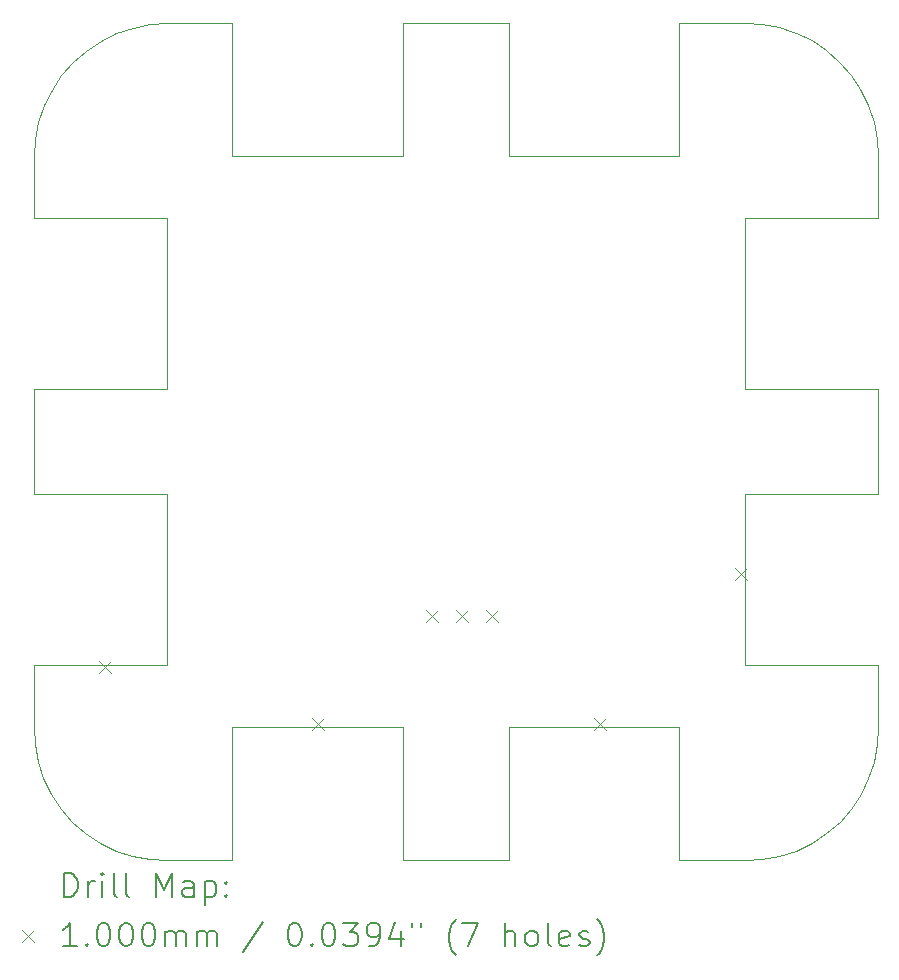
<source format=gbr>
%TF.GenerationSoftware,KiCad,Pcbnew,(6.0.8)*%
%TF.CreationDate,2022-10-18T22:13:10+02:00*%
%TF.ProjectId,test_project_1,74657374-5f70-4726-9f6a-6563745f312e,rev?*%
%TF.SameCoordinates,Original*%
%TF.FileFunction,Drillmap*%
%TF.FilePolarity,Positive*%
%FSLAX45Y45*%
G04 Gerber Fmt 4.5, Leading zero omitted, Abs format (unit mm)*
G04 Created by KiCad (PCBNEW (6.0.8)) date 2022-10-18 22:13:10*
%MOMM*%
%LPD*%
G01*
G04 APERTURE LIST*
%ADD10C,0.020000*%
%ADD11C,0.200000*%
%ADD12C,0.100000*%
G04 APERTURE END LIST*
D10*
X10088461Y-8874799D02*
X10088461Y-7981413D01*
X17226683Y-10991881D02*
X17233481Y-10843646D01*
X17200074Y-11137867D02*
X17226683Y-10991881D01*
X17154134Y-11278967D02*
X17200074Y-11137867D01*
X17089693Y-11412635D02*
X17154134Y-11278967D01*
X17007913Y-11536457D02*
X17089693Y-11412635D01*
X16910271Y-11648197D02*
X17007913Y-11536457D01*
X16798531Y-11745839D02*
X16910271Y-11648197D01*
X16674709Y-11827618D02*
X16798531Y-11745839D01*
X16541041Y-11892060D02*
X16674709Y-11827618D01*
X16399941Y-11938000D02*
X16541041Y-11892060D01*
X16253955Y-11964609D02*
X16399941Y-11938000D01*
X16105720Y-11971406D02*
X16253955Y-11964609D01*
X10095258Y-10991881D02*
X10088461Y-10843646D01*
X10121867Y-11137867D02*
X10095258Y-10991881D01*
X10167807Y-11278967D02*
X10121867Y-11137867D01*
X10232248Y-11412635D02*
X10167807Y-11278967D01*
X10314028Y-11536457D02*
X10232248Y-11412635D01*
X10411670Y-11648197D02*
X10314028Y-11536457D01*
X10523410Y-11745839D02*
X10411670Y-11648197D01*
X10647232Y-11827618D02*
X10523410Y-11745839D01*
X10780900Y-11892060D02*
X10647232Y-11827618D01*
X10922000Y-11938000D02*
X10780900Y-11892060D01*
X11067986Y-11964609D02*
X10922000Y-11938000D01*
X11216220Y-11971406D02*
X11067986Y-11964609D01*
X10098141Y-5865376D02*
X10088461Y-6012566D01*
X10126944Y-5720707D02*
X10098141Y-5865376D01*
X10174379Y-5581034D02*
X10126944Y-5720707D01*
X10239634Y-5448744D02*
X10174379Y-5581034D01*
X10321593Y-5326100D02*
X10239634Y-5448744D01*
X10418854Y-5215200D02*
X10321593Y-5326100D01*
X10529755Y-5117938D02*
X10418854Y-5215200D01*
X10652398Y-5035980D02*
X10529755Y-5117938D01*
X10784688Y-4970725D02*
X10652398Y-5035980D01*
X10924361Y-4923290D02*
X10784688Y-4970725D01*
X11069030Y-4894486D02*
X10924361Y-4923290D01*
X11216220Y-4884806D02*
X11069030Y-4894486D01*
X16253437Y-4893046D02*
X16105720Y-4884806D01*
X16398766Y-4920754D02*
X16253437Y-4893046D01*
X16539153Y-4967442D02*
X16398766Y-4920754D01*
X16672130Y-5032290D02*
X16539153Y-4967442D01*
X16795361Y-5114158D02*
X16672130Y-5032290D01*
X16906679Y-5211607D02*
X16795361Y-5114158D01*
X17004129Y-5322926D02*
X16906679Y-5211607D01*
X17085997Y-5446156D02*
X17004129Y-5322926D01*
X17150845Y-5579134D02*
X17085997Y-5446156D01*
X17197533Y-5719520D02*
X17150845Y-5579134D01*
X17225240Y-5864849D02*
X17197533Y-5719520D01*
X17233481Y-6012566D02*
X17225240Y-5864849D01*
X11767914Y-10843646D02*
X13214278Y-10843646D01*
X14107663Y-10843646D02*
X15554027Y-10843646D01*
X17233481Y-10843646D02*
X17233481Y-10321163D01*
X16105720Y-8874799D02*
X16105720Y-10321163D01*
X16105720Y-6535050D02*
X16105720Y-7981413D01*
X16105720Y-4884806D02*
X15554027Y-4884806D01*
X11216220Y-6535050D02*
X11216220Y-7981413D01*
X11216220Y-8874799D02*
X11216220Y-10321163D01*
X11216220Y-11971406D02*
X11767914Y-11971406D01*
X15554027Y-6012566D02*
X14107663Y-6012566D01*
X13214278Y-6012566D02*
X11767914Y-6012566D01*
X10088461Y-6012566D02*
X10088461Y-6535050D01*
X10088461Y-10321163D02*
X10088461Y-10843646D01*
X15554027Y-11971406D02*
X16105720Y-11971406D01*
X14107663Y-4884806D02*
X13214278Y-4884806D01*
X11767914Y-4884806D02*
X11216220Y-4884806D01*
X17233481Y-8874799D02*
X17233481Y-7981413D01*
X17233481Y-6535050D02*
X17233481Y-6012566D01*
X13214278Y-11971406D02*
X14107663Y-11971406D01*
X17233481Y-8874799D02*
X16105720Y-8874799D01*
X17233481Y-7981413D02*
X16105720Y-7981413D01*
X16105720Y-10321163D02*
X17233481Y-10321163D01*
X16105720Y-6535050D02*
X17233481Y-6535050D01*
X13214278Y-11971406D02*
X13214278Y-10843646D01*
X13214278Y-4884806D02*
X13214278Y-6012566D01*
X15554027Y-6012566D02*
X15554027Y-4884806D01*
X14107663Y-4884806D02*
X14107663Y-6012566D01*
X11767914Y-6012566D02*
X11767914Y-4884806D01*
X11216220Y-6535050D02*
X10088461Y-6535050D01*
X11216220Y-10321163D02*
X10088461Y-10321163D01*
X10088461Y-7981413D02*
X11216220Y-7981413D01*
X11767914Y-10843646D02*
X11767914Y-11971406D01*
X10088461Y-8874799D02*
X11216220Y-8874799D01*
X15554027Y-10843646D02*
X15554027Y-11971406D01*
X14107663Y-11971406D02*
X14107663Y-10843646D01*
D11*
D12*
X10643400Y-10287800D02*
X10743400Y-10387800D01*
X10743400Y-10287800D02*
X10643400Y-10387800D01*
X12446800Y-10770400D02*
X12546800Y-10870400D01*
X12546800Y-10770400D02*
X12446800Y-10870400D01*
X13412000Y-9856000D02*
X13512000Y-9956000D01*
X13512000Y-9856000D02*
X13412000Y-9956000D01*
X13666000Y-9856000D02*
X13766000Y-9956000D01*
X13766000Y-9856000D02*
X13666000Y-9956000D01*
X13920000Y-9856000D02*
X14020000Y-9956000D01*
X14020000Y-9856000D02*
X13920000Y-9956000D01*
X14834400Y-10770400D02*
X14934400Y-10870400D01*
X14934400Y-10770400D02*
X14834400Y-10870400D01*
X16028200Y-9500400D02*
X16128200Y-9600400D01*
X16128200Y-9500400D02*
X16028200Y-9600400D01*
D11*
X10345080Y-12282882D02*
X10345080Y-12082882D01*
X10392699Y-12082882D01*
X10421270Y-12092406D01*
X10440318Y-12111454D01*
X10449841Y-12130501D01*
X10459365Y-12168597D01*
X10459365Y-12197168D01*
X10449841Y-12235263D01*
X10440318Y-12254311D01*
X10421270Y-12273358D01*
X10392699Y-12282882D01*
X10345080Y-12282882D01*
X10545080Y-12282882D02*
X10545080Y-12149549D01*
X10545080Y-12187644D02*
X10554603Y-12168597D01*
X10564127Y-12159073D01*
X10583175Y-12149549D01*
X10602222Y-12149549D01*
X10668889Y-12282882D02*
X10668889Y-12149549D01*
X10668889Y-12082882D02*
X10659365Y-12092406D01*
X10668889Y-12101930D01*
X10678413Y-12092406D01*
X10668889Y-12082882D01*
X10668889Y-12101930D01*
X10792699Y-12282882D02*
X10773651Y-12273358D01*
X10764127Y-12254311D01*
X10764127Y-12082882D01*
X10897461Y-12282882D02*
X10878413Y-12273358D01*
X10868889Y-12254311D01*
X10868889Y-12082882D01*
X11126032Y-12282882D02*
X11126032Y-12082882D01*
X11192698Y-12225739D01*
X11259365Y-12082882D01*
X11259365Y-12282882D01*
X11440318Y-12282882D02*
X11440318Y-12178120D01*
X11430794Y-12159073D01*
X11411746Y-12149549D01*
X11373651Y-12149549D01*
X11354603Y-12159073D01*
X11440318Y-12273358D02*
X11421270Y-12282882D01*
X11373651Y-12282882D01*
X11354603Y-12273358D01*
X11345079Y-12254311D01*
X11345079Y-12235263D01*
X11354603Y-12216216D01*
X11373651Y-12206692D01*
X11421270Y-12206692D01*
X11440318Y-12197168D01*
X11535556Y-12149549D02*
X11535556Y-12349549D01*
X11535556Y-12159073D02*
X11554603Y-12149549D01*
X11592698Y-12149549D01*
X11611746Y-12159073D01*
X11621270Y-12168597D01*
X11630794Y-12187644D01*
X11630794Y-12244787D01*
X11621270Y-12263835D01*
X11611746Y-12273358D01*
X11592698Y-12282882D01*
X11554603Y-12282882D01*
X11535556Y-12273358D01*
X11716508Y-12263835D02*
X11726032Y-12273358D01*
X11716508Y-12282882D01*
X11706984Y-12273358D01*
X11716508Y-12263835D01*
X11716508Y-12282882D01*
X11716508Y-12159073D02*
X11726032Y-12168597D01*
X11716508Y-12178120D01*
X11706984Y-12168597D01*
X11716508Y-12159073D01*
X11716508Y-12178120D01*
D12*
X9987461Y-12562406D02*
X10087461Y-12662406D01*
X10087461Y-12562406D02*
X9987461Y-12662406D01*
D11*
X10449841Y-12702882D02*
X10335556Y-12702882D01*
X10392699Y-12702882D02*
X10392699Y-12502882D01*
X10373651Y-12531454D01*
X10354603Y-12550501D01*
X10335556Y-12560025D01*
X10535556Y-12683835D02*
X10545080Y-12693358D01*
X10535556Y-12702882D01*
X10526032Y-12693358D01*
X10535556Y-12683835D01*
X10535556Y-12702882D01*
X10668889Y-12502882D02*
X10687937Y-12502882D01*
X10706984Y-12512406D01*
X10716508Y-12521930D01*
X10726032Y-12540978D01*
X10735556Y-12579073D01*
X10735556Y-12626692D01*
X10726032Y-12664787D01*
X10716508Y-12683835D01*
X10706984Y-12693358D01*
X10687937Y-12702882D01*
X10668889Y-12702882D01*
X10649841Y-12693358D01*
X10640318Y-12683835D01*
X10630794Y-12664787D01*
X10621270Y-12626692D01*
X10621270Y-12579073D01*
X10630794Y-12540978D01*
X10640318Y-12521930D01*
X10649841Y-12512406D01*
X10668889Y-12502882D01*
X10859365Y-12502882D02*
X10878413Y-12502882D01*
X10897461Y-12512406D01*
X10906984Y-12521930D01*
X10916508Y-12540978D01*
X10926032Y-12579073D01*
X10926032Y-12626692D01*
X10916508Y-12664787D01*
X10906984Y-12683835D01*
X10897461Y-12693358D01*
X10878413Y-12702882D01*
X10859365Y-12702882D01*
X10840318Y-12693358D01*
X10830794Y-12683835D01*
X10821270Y-12664787D01*
X10811746Y-12626692D01*
X10811746Y-12579073D01*
X10821270Y-12540978D01*
X10830794Y-12521930D01*
X10840318Y-12512406D01*
X10859365Y-12502882D01*
X11049841Y-12502882D02*
X11068889Y-12502882D01*
X11087937Y-12512406D01*
X11097461Y-12521930D01*
X11106984Y-12540978D01*
X11116508Y-12579073D01*
X11116508Y-12626692D01*
X11106984Y-12664787D01*
X11097461Y-12683835D01*
X11087937Y-12693358D01*
X11068889Y-12702882D01*
X11049841Y-12702882D01*
X11030794Y-12693358D01*
X11021270Y-12683835D01*
X11011746Y-12664787D01*
X11002222Y-12626692D01*
X11002222Y-12579073D01*
X11011746Y-12540978D01*
X11021270Y-12521930D01*
X11030794Y-12512406D01*
X11049841Y-12502882D01*
X11202222Y-12702882D02*
X11202222Y-12569549D01*
X11202222Y-12588597D02*
X11211746Y-12579073D01*
X11230794Y-12569549D01*
X11259365Y-12569549D01*
X11278413Y-12579073D01*
X11287937Y-12598120D01*
X11287937Y-12702882D01*
X11287937Y-12598120D02*
X11297460Y-12579073D01*
X11316508Y-12569549D01*
X11345079Y-12569549D01*
X11364127Y-12579073D01*
X11373651Y-12598120D01*
X11373651Y-12702882D01*
X11468889Y-12702882D02*
X11468889Y-12569549D01*
X11468889Y-12588597D02*
X11478413Y-12579073D01*
X11497460Y-12569549D01*
X11526032Y-12569549D01*
X11545079Y-12579073D01*
X11554603Y-12598120D01*
X11554603Y-12702882D01*
X11554603Y-12598120D02*
X11564127Y-12579073D01*
X11583175Y-12569549D01*
X11611746Y-12569549D01*
X11630794Y-12579073D01*
X11640318Y-12598120D01*
X11640318Y-12702882D01*
X12030794Y-12493358D02*
X11859365Y-12750501D01*
X12287937Y-12502882D02*
X12306984Y-12502882D01*
X12326032Y-12512406D01*
X12335556Y-12521930D01*
X12345079Y-12540978D01*
X12354603Y-12579073D01*
X12354603Y-12626692D01*
X12345079Y-12664787D01*
X12335556Y-12683835D01*
X12326032Y-12693358D01*
X12306984Y-12702882D01*
X12287937Y-12702882D01*
X12268889Y-12693358D01*
X12259365Y-12683835D01*
X12249841Y-12664787D01*
X12240318Y-12626692D01*
X12240318Y-12579073D01*
X12249841Y-12540978D01*
X12259365Y-12521930D01*
X12268889Y-12512406D01*
X12287937Y-12502882D01*
X12440318Y-12683835D02*
X12449841Y-12693358D01*
X12440318Y-12702882D01*
X12430794Y-12693358D01*
X12440318Y-12683835D01*
X12440318Y-12702882D01*
X12573651Y-12502882D02*
X12592698Y-12502882D01*
X12611746Y-12512406D01*
X12621270Y-12521930D01*
X12630794Y-12540978D01*
X12640318Y-12579073D01*
X12640318Y-12626692D01*
X12630794Y-12664787D01*
X12621270Y-12683835D01*
X12611746Y-12693358D01*
X12592698Y-12702882D01*
X12573651Y-12702882D01*
X12554603Y-12693358D01*
X12545079Y-12683835D01*
X12535556Y-12664787D01*
X12526032Y-12626692D01*
X12526032Y-12579073D01*
X12535556Y-12540978D01*
X12545079Y-12521930D01*
X12554603Y-12512406D01*
X12573651Y-12502882D01*
X12706984Y-12502882D02*
X12830794Y-12502882D01*
X12764127Y-12579073D01*
X12792698Y-12579073D01*
X12811746Y-12588597D01*
X12821270Y-12598120D01*
X12830794Y-12617168D01*
X12830794Y-12664787D01*
X12821270Y-12683835D01*
X12811746Y-12693358D01*
X12792698Y-12702882D01*
X12735556Y-12702882D01*
X12716508Y-12693358D01*
X12706984Y-12683835D01*
X12926032Y-12702882D02*
X12964127Y-12702882D01*
X12983175Y-12693358D01*
X12992698Y-12683835D01*
X13011746Y-12655263D01*
X13021270Y-12617168D01*
X13021270Y-12540978D01*
X13011746Y-12521930D01*
X13002222Y-12512406D01*
X12983175Y-12502882D01*
X12945079Y-12502882D01*
X12926032Y-12512406D01*
X12916508Y-12521930D01*
X12906984Y-12540978D01*
X12906984Y-12588597D01*
X12916508Y-12607644D01*
X12926032Y-12617168D01*
X12945079Y-12626692D01*
X12983175Y-12626692D01*
X13002222Y-12617168D01*
X13011746Y-12607644D01*
X13021270Y-12588597D01*
X13192698Y-12569549D02*
X13192698Y-12702882D01*
X13145079Y-12493358D02*
X13097460Y-12636216D01*
X13221270Y-12636216D01*
X13287937Y-12502882D02*
X13287937Y-12540978D01*
X13364127Y-12502882D02*
X13364127Y-12540978D01*
X13659365Y-12779073D02*
X13649841Y-12769549D01*
X13630794Y-12740978D01*
X13621270Y-12721930D01*
X13611746Y-12693358D01*
X13602222Y-12645739D01*
X13602222Y-12607644D01*
X13611746Y-12560025D01*
X13621270Y-12531454D01*
X13630794Y-12512406D01*
X13649841Y-12483835D01*
X13659365Y-12474311D01*
X13716508Y-12502882D02*
X13849841Y-12502882D01*
X13764127Y-12702882D01*
X14078413Y-12702882D02*
X14078413Y-12502882D01*
X14164127Y-12702882D02*
X14164127Y-12598120D01*
X14154603Y-12579073D01*
X14135556Y-12569549D01*
X14106984Y-12569549D01*
X14087937Y-12579073D01*
X14078413Y-12588597D01*
X14287937Y-12702882D02*
X14268889Y-12693358D01*
X14259365Y-12683835D01*
X14249841Y-12664787D01*
X14249841Y-12607644D01*
X14259365Y-12588597D01*
X14268889Y-12579073D01*
X14287937Y-12569549D01*
X14316508Y-12569549D01*
X14335556Y-12579073D01*
X14345079Y-12588597D01*
X14354603Y-12607644D01*
X14354603Y-12664787D01*
X14345079Y-12683835D01*
X14335556Y-12693358D01*
X14316508Y-12702882D01*
X14287937Y-12702882D01*
X14468889Y-12702882D02*
X14449841Y-12693358D01*
X14440318Y-12674311D01*
X14440318Y-12502882D01*
X14621270Y-12693358D02*
X14602222Y-12702882D01*
X14564127Y-12702882D01*
X14545079Y-12693358D01*
X14535556Y-12674311D01*
X14535556Y-12598120D01*
X14545079Y-12579073D01*
X14564127Y-12569549D01*
X14602222Y-12569549D01*
X14621270Y-12579073D01*
X14630794Y-12598120D01*
X14630794Y-12617168D01*
X14535556Y-12636216D01*
X14706984Y-12693358D02*
X14726032Y-12702882D01*
X14764127Y-12702882D01*
X14783175Y-12693358D01*
X14792698Y-12674311D01*
X14792698Y-12664787D01*
X14783175Y-12645739D01*
X14764127Y-12636216D01*
X14735556Y-12636216D01*
X14716508Y-12626692D01*
X14706984Y-12607644D01*
X14706984Y-12598120D01*
X14716508Y-12579073D01*
X14735556Y-12569549D01*
X14764127Y-12569549D01*
X14783175Y-12579073D01*
X14859365Y-12779073D02*
X14868889Y-12769549D01*
X14887937Y-12740978D01*
X14897460Y-12721930D01*
X14906984Y-12693358D01*
X14916508Y-12645739D01*
X14916508Y-12607644D01*
X14906984Y-12560025D01*
X14897460Y-12531454D01*
X14887937Y-12512406D01*
X14868889Y-12483835D01*
X14859365Y-12474311D01*
M02*

</source>
